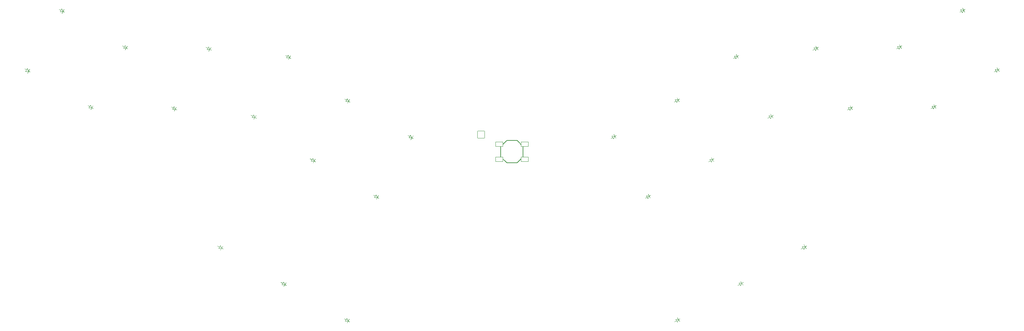
<source format=gbo>
%TF.GenerationSoftware,KiCad,Pcbnew,6.0.2+dfsg-1*%
%TF.CreationDate,2022-06-30T23:37:17+02:00*%
%TF.ProjectId,dragonwings_test,64726167-6f6e-4776-996e-67735f746573,v1.0.0*%
%TF.SameCoordinates,Original*%
%TF.FileFunction,Legend,Bot*%
%TF.FilePolarity,Positive*%
%FSLAX46Y46*%
G04 Gerber Fmt 4.6, Leading zero omitted, Abs format (unit mm)*
G04 Created by KiCad (PCBNEW 6.0.2+dfsg-1) date 2022-06-30 23:37:17*
%MOMM*%
%LPD*%
G01*
G04 APERTURE LIST*
G04 Aperture macros list*
%AMRoundRect*
0 Rectangle with rounded corners*
0 $1 Rounding radius*
0 $2 $3 $4 $5 $6 $7 $8 $9 X,Y pos of 4 corners*
0 Add a 4 corners polygon primitive as box body*
4,1,4,$2,$3,$4,$5,$6,$7,$8,$9,$2,$3,0*
0 Add four circle primitives for the rounded corners*
1,1,$1+$1,$2,$3*
1,1,$1+$1,$4,$5*
1,1,$1+$1,$6,$7*
1,1,$1+$1,$8,$9*
0 Add four rect primitives between the rounded corners*
20,1,$1+$1,$2,$3,$4,$5,0*
20,1,$1+$1,$4,$5,$6,$7,0*
20,1,$1+$1,$6,$7,$8,$9,0*
20,1,$1+$1,$8,$9,$2,$3,0*%
G04 Aperture macros list end*
%ADD10C,0.100000*%
%ADD11C,0.150000*%
%ADD12R,1.752600X1.752600*%
%ADD13C,1.752600*%
%ADD14C,1.801800*%
%ADD15C,3.529000*%
%ADD16C,2.132000*%
%ADD17RoundRect,0.050000X0.689711X0.294615X-0.089711X0.744615X-0.689711X-0.294615X0.089711X-0.744615X0*%
%ADD18RoundRect,0.050000X0.089711X0.744615X-0.689711X0.294615X-0.089711X-0.744615X0.689711X-0.294615X0*%
%ADD19C,2.300000*%
%ADD20RoundRect,0.050000X-0.876300X0.876300X-0.876300X-0.876300X0.876300X-0.876300X0.876300X0.876300X0*%
%ADD21C,1.852600*%
%ADD22RoundRect,0.050000X0.900000X0.550000X-0.900000X0.550000X-0.900000X-0.550000X0.900000X-0.550000X0*%
G04 APERTURE END LIST*
D10*
%TO.C,D1*%
X91207232Y-130561533D02*
X90860822Y-130361533D01*
X90860822Y-130361533D02*
X90141207Y-130407943D01*
X90541207Y-129715123D02*
X90860822Y-130361533D01*
X90860822Y-130361533D02*
X90585822Y-130837847D01*
X90341207Y-130061533D02*
X89908194Y-129811533D01*
X90860822Y-130361533D02*
X91135822Y-129885219D01*
X90141207Y-130407943D02*
X90541207Y-129715123D01*
%TO.C,D10*%
X169714651Y-137782695D02*
X169989651Y-137306381D01*
X169395036Y-137136285D02*
X169714651Y-137782695D01*
X170061061Y-137982695D02*
X169714651Y-137782695D01*
X169195036Y-137482695D02*
X168762023Y-137232695D01*
X168995036Y-137829105D02*
X169395036Y-137136285D01*
X169714651Y-137782695D02*
X168995036Y-137829105D01*
X169714651Y-137782695D02*
X169439651Y-138259009D01*
%TO.C,D16*%
X330091805Y-129811533D02*
X329745395Y-130011533D01*
X329745395Y-130011533D02*
X330020395Y-130487847D01*
X329425780Y-130657943D02*
X329025780Y-129965123D01*
X329745395Y-130011533D02*
X329470395Y-129535219D01*
X329225780Y-130311533D02*
X328792767Y-130561533D01*
X329745395Y-130011533D02*
X329425780Y-130657943D01*
X329025780Y-129965123D02*
X329745395Y-130011533D01*
%TO.C,D18*%
X314503348Y-138811533D02*
X314156938Y-139011533D01*
X313637323Y-139311533D02*
X313204310Y-139561533D01*
X313837323Y-139657943D02*
X313437323Y-138965123D01*
X313437323Y-138965123D02*
X314156938Y-139011533D01*
X314156938Y-139011533D02*
X313837323Y-139657943D01*
X314156938Y-139011533D02*
X314431938Y-139487847D01*
X314156938Y-139011533D02*
X313881938Y-138535219D01*
%TO.C,D24*%
X259737976Y-151955127D02*
X259391566Y-152155127D01*
X259071951Y-152801537D02*
X258671951Y-152108717D01*
X259391566Y-152155127D02*
X259071951Y-152801537D01*
X258871951Y-152455127D02*
X258438938Y-152705127D01*
X258671951Y-152108717D02*
X259391566Y-152155127D01*
X259391566Y-152155127D02*
X259666566Y-152631441D01*
X259391566Y-152155127D02*
X259116566Y-151678813D01*
%TO.C,D25*%
X250891566Y-137432695D02*
X251166566Y-137909009D01*
X250571951Y-138079105D02*
X250171951Y-137386285D01*
X250171951Y-137386285D02*
X250891566Y-137432695D01*
X250891566Y-137432695D02*
X250571951Y-138079105D01*
X250371951Y-137732695D02*
X249938938Y-137982695D01*
X250891566Y-137432695D02*
X250616566Y-136956381D01*
X251237976Y-137232695D02*
X250891566Y-137432695D01*
%TO.C,D11*%
X177149519Y-161705127D02*
X176803109Y-161505127D01*
X176803109Y-161505127D02*
X177078109Y-161028813D01*
X176803109Y-161505127D02*
X176083494Y-161551537D01*
X176803109Y-161505127D02*
X176528109Y-161981441D01*
X176483494Y-160858717D02*
X176803109Y-161505127D01*
X176083494Y-161551537D02*
X176483494Y-160858717D01*
X176283494Y-161205127D02*
X175850481Y-160955127D01*
%TO.C,D17*%
X321245395Y-115289101D02*
X320970395Y-114812787D01*
X320525780Y-115242691D02*
X321245395Y-115289101D01*
X321245395Y-115289101D02*
X320925780Y-115935511D01*
X321591805Y-115089101D02*
X321245395Y-115289101D01*
X321245395Y-115289101D02*
X321520395Y-115765415D01*
X320925780Y-115935511D02*
X320525780Y-115242691D01*
X320725780Y-115589101D02*
X320292767Y-115839101D01*
%TO.C,D14*%
X154355290Y-183185889D02*
X154008880Y-182985889D01*
X153489265Y-182685889D02*
X153056252Y-182435889D01*
X154008880Y-182985889D02*
X153733880Y-183462203D01*
X154008880Y-182985889D02*
X153289265Y-183032299D01*
X153289265Y-183032299D02*
X153689265Y-182339479D01*
X153689265Y-182339479D02*
X154008880Y-182985889D01*
X154008880Y-182985889D02*
X154283880Y-182509575D01*
%TO.C,D26*%
X243803109Y-161155127D02*
X244078109Y-161631441D01*
X244149519Y-160955127D02*
X243803109Y-161155127D01*
X243283494Y-161455127D02*
X242850481Y-161705127D01*
X243803109Y-161155127D02*
X243528109Y-160678813D01*
X243083494Y-161108717D02*
X243803109Y-161155127D01*
X243483494Y-161801537D02*
X243083494Y-161108717D01*
X243803109Y-161155127D02*
X243483494Y-161801537D01*
%TO.C,D30*%
X251355290Y-191435889D02*
X251008880Y-191635889D01*
X250489265Y-191935889D02*
X250056252Y-192185889D01*
X251008880Y-191635889D02*
X250689265Y-192282299D01*
X251008880Y-191635889D02*
X250733880Y-191159575D01*
X251008880Y-191635889D02*
X251283880Y-192112203D01*
X250689265Y-192282299D02*
X250289265Y-191589479D01*
X250289265Y-191589479D02*
X251008880Y-191635889D01*
%TO.C,D6*%
X135018122Y-124678847D02*
X134585109Y-124428847D01*
X135537737Y-124978847D02*
X135262737Y-125455161D01*
X134818122Y-125025257D02*
X135218122Y-124332437D01*
X135884147Y-125178847D02*
X135537737Y-124978847D01*
X135537737Y-124978847D02*
X135812737Y-124502533D01*
X135537737Y-124978847D02*
X134818122Y-125025257D01*
X135218122Y-124332437D02*
X135537737Y-124978847D01*
%TO.C,D4*%
X114949280Y-124639101D02*
X115224280Y-124162787D01*
X114429665Y-124339101D02*
X113996652Y-124089101D01*
X114949280Y-124639101D02*
X114674280Y-125115415D01*
X114949280Y-124639101D02*
X114229665Y-124685511D01*
X114229665Y-124685511D02*
X114629665Y-123992691D01*
X114629665Y-123992691D02*
X114949280Y-124639101D01*
X115295690Y-124839101D02*
X114949280Y-124639101D01*
%TO.C,D2*%
X99041207Y-114992691D02*
X99360822Y-115639101D01*
X98841207Y-115339101D02*
X98408194Y-115089101D01*
X99360822Y-115639101D02*
X99635822Y-115162787D01*
X98641207Y-115685511D02*
X99041207Y-114992691D01*
X99707232Y-115839101D02*
X99360822Y-115639101D01*
X99360822Y-115639101D02*
X99085822Y-116115415D01*
X99360822Y-115639101D02*
X98641207Y-115685511D01*
%TO.C,D3*%
X106449280Y-139361533D02*
X105729665Y-139407943D01*
X106449280Y-139361533D02*
X106724280Y-138885219D01*
X105929665Y-139061533D02*
X105496652Y-138811533D01*
X105729665Y-139407943D02*
X106129665Y-138715123D01*
X106129665Y-138715123D02*
X106449280Y-139361533D01*
X106449280Y-139361533D02*
X106174280Y-139837847D01*
X106795690Y-139561533D02*
X106449280Y-139361533D01*
%TO.C,D15*%
X169597337Y-191985889D02*
X169322337Y-192462203D01*
X168877722Y-192032299D02*
X169277722Y-191339479D01*
X169597337Y-191985889D02*
X169872337Y-191509575D01*
X169943747Y-192185889D02*
X169597337Y-191985889D01*
X169077722Y-191685889D02*
X168644709Y-191435889D01*
X169597337Y-191985889D02*
X168877722Y-192032299D01*
X169277722Y-191339479D02*
X169597337Y-191985889D01*
%TO.C,D7*%
X145906579Y-141819486D02*
X146306579Y-141126666D01*
X146626194Y-141773076D02*
X146351194Y-142249390D01*
X146626194Y-141773076D02*
X146901194Y-141296762D01*
X146106579Y-141473076D02*
X145673566Y-141223076D01*
X146306579Y-141126666D02*
X146626194Y-141773076D01*
X146626194Y-141773076D02*
X145906579Y-141819486D01*
X146972604Y-141973076D02*
X146626194Y-141773076D01*
%TO.C,D29*%
X266943747Y-182435889D02*
X266597337Y-182635889D01*
X266277722Y-183282299D02*
X265877722Y-182589479D01*
X265877722Y-182589479D02*
X266597337Y-182635889D01*
X266597337Y-182635889D02*
X266322337Y-182159575D01*
X266597337Y-182635889D02*
X266277722Y-183282299D01*
X266597337Y-182635889D02*
X266872337Y-183112203D01*
X266077722Y-182935889D02*
X265644709Y-183185889D01*
%TO.C,D5*%
X126518122Y-139401279D02*
X126085109Y-139151279D01*
X126718122Y-139054869D02*
X127037737Y-139701279D01*
X127037737Y-139701279D02*
X126762737Y-140177593D01*
X127037737Y-139701279D02*
X126318122Y-139747689D01*
X126318122Y-139747689D02*
X126718122Y-139054869D01*
X127037737Y-139701279D02*
X127312737Y-139224965D01*
X127384147Y-139901279D02*
X127037737Y-139701279D01*
%TO.C,D22*%
X273260408Y-141376666D02*
X273980023Y-141423076D01*
X273460408Y-141723076D02*
X273027395Y-141973076D01*
X273660408Y-142069486D02*
X273260408Y-141376666D01*
X274326433Y-141223076D02*
X273980023Y-141423076D01*
X273980023Y-141423076D02*
X273660408Y-142069486D01*
X273980023Y-141423076D02*
X274255023Y-141899390D01*
X273980023Y-141423076D02*
X273705023Y-140946762D01*
%TO.C,D28*%
X282185794Y-173635889D02*
X282460794Y-174112203D01*
X281866179Y-174282299D02*
X281466179Y-173589479D01*
X282185794Y-173635889D02*
X281910794Y-173159575D01*
X282532204Y-173435889D02*
X282185794Y-173635889D01*
X282185794Y-173635889D02*
X281866179Y-174282299D01*
X281466179Y-173589479D02*
X282185794Y-173635889D01*
X281666179Y-173935889D02*
X281233166Y-174185889D01*
%TO.C,D9*%
X161561061Y-152705127D02*
X161214651Y-152505127D01*
X161214651Y-152505127D02*
X160939651Y-152981441D01*
X160695036Y-152205127D02*
X160262023Y-151955127D01*
X161214651Y-152505127D02*
X160495036Y-152551537D01*
X161214651Y-152505127D02*
X161489651Y-152028813D01*
X160495036Y-152551537D02*
X160895036Y-151858717D01*
X160895036Y-151858717D02*
X161214651Y-152505127D01*
%TO.C,D21*%
X284348865Y-124582437D02*
X285068480Y-124628847D01*
X285414890Y-124428847D02*
X285068480Y-124628847D01*
X284548865Y-124928847D02*
X284115852Y-125178847D01*
X285068480Y-124628847D02*
X285343480Y-125105161D01*
X285068480Y-124628847D02*
X284793480Y-124152533D01*
X284748865Y-125275257D02*
X284348865Y-124582437D01*
X285068480Y-124628847D02*
X284748865Y-125275257D01*
%TO.C,D23*%
X264760408Y-126654234D02*
X265480023Y-126700644D01*
X265826433Y-126500644D02*
X265480023Y-126700644D01*
X265480023Y-126700644D02*
X265160408Y-127347054D01*
X264960408Y-127000644D02*
X264527395Y-127250644D01*
X265480023Y-126700644D02*
X265755023Y-127176958D01*
X265480023Y-126700644D02*
X265205023Y-126224330D01*
X265160408Y-127347054D02*
X264760408Y-126654234D01*
%TO.C,D20*%
X293568480Y-139351279D02*
X293843480Y-139827593D01*
X293568480Y-139351279D02*
X293293480Y-138874965D01*
X292848865Y-139304869D02*
X293568480Y-139351279D01*
X293048865Y-139651279D02*
X292615852Y-139901279D01*
X293914890Y-139151279D02*
X293568480Y-139351279D01*
X293248865Y-139997689D02*
X292848865Y-139304869D01*
X293568480Y-139351279D02*
X293248865Y-139997689D01*
%TO.C,D8*%
X155126194Y-127050644D02*
X155401194Y-126574330D01*
X154606579Y-126750644D02*
X154173566Y-126500644D01*
X154806579Y-126404234D02*
X155126194Y-127050644D01*
X155126194Y-127050644D02*
X154406579Y-127097054D01*
X155472604Y-127250644D02*
X155126194Y-127050644D01*
X154406579Y-127097054D02*
X154806579Y-126404234D01*
X155126194Y-127050644D02*
X154851194Y-127526958D01*
%TO.C,D12*%
X185303109Y-146782695D02*
X184583494Y-146829105D01*
X185303109Y-146782695D02*
X185028109Y-147259009D01*
X185303109Y-146782695D02*
X185578109Y-146306381D01*
X184783494Y-146482695D02*
X184350481Y-146232695D01*
X185649519Y-146982695D02*
X185303109Y-146782695D01*
X184983494Y-146136285D02*
X185303109Y-146782695D01*
X184583494Y-146829105D02*
X184983494Y-146136285D01*
%TO.C,D27*%
X235303109Y-146432695D02*
X234983494Y-147079105D01*
X235649519Y-146232695D02*
X235303109Y-146432695D01*
X235303109Y-146432695D02*
X235028109Y-145956381D01*
X235303109Y-146432695D02*
X235578109Y-146909009D01*
X234783494Y-146732695D02*
X234350481Y-146982695D01*
X234583494Y-146386285D02*
X235303109Y-146432695D01*
X234983494Y-147079105D02*
X234583494Y-146386285D01*
%TO.C,D19*%
X305656938Y-124289101D02*
X305337323Y-124935511D01*
X304937323Y-124242691D02*
X305656938Y-124289101D01*
X305137323Y-124589101D02*
X304704310Y-124839101D01*
X306003348Y-124089101D02*
X305656938Y-124289101D01*
X305337323Y-124935511D02*
X304937323Y-124242691D01*
X305656938Y-124289101D02*
X305931938Y-124765415D01*
X305656938Y-124289101D02*
X305381938Y-123812787D01*
%TO.C,D13*%
X138766833Y-174185889D02*
X138420423Y-173985889D01*
X138100808Y-173339479D02*
X138420423Y-173985889D01*
X138420423Y-173985889D02*
X137700808Y-174032299D01*
X138420423Y-173985889D02*
X138695423Y-173509575D01*
X137700808Y-174032299D02*
X138100808Y-173339479D01*
X138420423Y-173985889D02*
X138145423Y-174462203D01*
X137900808Y-173685889D02*
X137467795Y-173435889D01*
D11*
%TO.C,B1*%
X212750000Y-149000000D02*
X211250000Y-147500000D01*
X207250000Y-149000000D02*
X207250000Y-151500000D01*
X211250000Y-153000000D02*
X208750000Y-153000000D01*
X211250000Y-147500000D02*
X208750000Y-147500000D01*
X207250000Y-151500000D02*
X208750000Y-153000000D01*
X207250000Y-149000000D02*
X208750000Y-147500000D01*
X212750000Y-149000000D02*
X212750000Y-151500000D01*
X212750000Y-151500000D02*
X211250000Y-153000000D01*
%TD*%
D12*
%TO.C,MCU1*%
X202380000Y-146030000D03*
D13*
X202380000Y-148570000D03*
X202380000Y-151110000D03*
X202380000Y-153650000D03*
X202380000Y-156190000D03*
X202380000Y-158730000D03*
X202380000Y-161270000D03*
X202380000Y-163810000D03*
X202380000Y-166350000D03*
X202380000Y-168890000D03*
X202380000Y-171430000D03*
X202380000Y-173970000D03*
X217620000Y-146030000D03*
X217620000Y-148570000D03*
X217620000Y-151110000D03*
X217620000Y-153650000D03*
X217620000Y-156190000D03*
X217620000Y-158730000D03*
X217620000Y-161270000D03*
X217620000Y-163810000D03*
X217620000Y-166350000D03*
X217620000Y-168890000D03*
X217620000Y-171430000D03*
X217620000Y-173970000D03*
%TD*%
%LPC*%
D14*
%TO.C,S2*%
X106320853Y-113883974D03*
D15*
X101557713Y-111133974D03*
D14*
X96794573Y-108383974D03*
D16*
X107787840Y-110343077D03*
X104507713Y-106024424D03*
%TD*%
D14*
%TO.C,S4*%
X121909311Y-122883974D03*
X112383031Y-117383974D03*
D15*
X117146171Y-120133974D03*
D16*
X123376298Y-119343077D03*
X120096171Y-115024424D03*
%TD*%
D14*
%TO.C,S3*%
X113409311Y-137606406D03*
D15*
X108646171Y-134856406D03*
D14*
X103883031Y-132106406D03*
D16*
X114876298Y-134065509D03*
X111596171Y-129746856D03*
%TD*%
D17*
%TO.C,D1*%
X91986655Y-131011533D03*
X89128771Y-129361533D03*
%TD*%
D14*
%TO.C,S6*%
X132971488Y-117723720D03*
D15*
X137734628Y-120473720D03*
D14*
X142497768Y-123223720D03*
D16*
X143964755Y-119682823D03*
X140684628Y-115364170D03*
%TD*%
D14*
%TO.C,S15*%
X176557368Y-190230762D03*
D15*
X171794228Y-187480762D03*
D14*
X167031088Y-184730762D03*
D16*
X178024355Y-186689865D03*
X174744228Y-182371212D03*
%TD*%
D17*
%TO.C,D10*%
X170840484Y-138432695D03*
X167982600Y-136782695D03*
%TD*%
D18*
%TO.C,D16*%
X330871228Y-129361533D03*
X328013344Y-131011533D03*
%TD*%
%TO.C,D18*%
X315282771Y-138361533D03*
X312424887Y-140011533D03*
%TD*%
%TO.C,D24*%
X260517399Y-151505127D03*
X257659515Y-153155127D03*
%TD*%
%TO.C,D25*%
X252017399Y-136782695D03*
X249159515Y-138432695D03*
%TD*%
D19*
%TO.C,REF03*%
X345000000Y-113000000D03*
%TD*%
D17*
%TO.C,D11*%
X177928942Y-162155127D03*
X175071058Y-160505127D03*
%TD*%
D14*
%TO.C,S8*%
X162086225Y-125295517D03*
X152559945Y-119795517D03*
D15*
X157323085Y-122545517D03*
D16*
X163553212Y-121754620D03*
X160273085Y-117435967D03*
%TD*%
D14*
%TO.C,S25*%
X252851597Y-130527568D03*
D15*
X248088457Y-133277568D03*
D14*
X243325317Y-136027568D03*
D16*
X250518584Y-127486671D03*
X245138457Y-128168018D03*
%TD*%
D15*
%TO.C,S5*%
X129234628Y-135196152D03*
D14*
X124471488Y-132446152D03*
X133997768Y-137946152D03*
D16*
X135464755Y-134405255D03*
X132184628Y-130086602D03*
%TD*%
D14*
%TO.C,S14*%
X160968911Y-181230762D03*
X151442631Y-175730762D03*
D15*
X156205771Y-178480762D03*
D16*
X162435898Y-177689865D03*
X159155771Y-173371212D03*
%TD*%
D19*
%TO.C,REF04*%
X75000000Y-113000000D03*
%TD*%
D14*
%TO.C,S29*%
X259031088Y-181230762D03*
D15*
X263794228Y-178480762D03*
D14*
X268557368Y-175730762D03*
D16*
X266224355Y-172689865D03*
X260844228Y-173371212D03*
%TD*%
D14*
%TO.C,S27*%
X227736860Y-145027568D03*
D15*
X232500000Y-142277568D03*
D14*
X237263140Y-139527568D03*
D16*
X234930127Y-136486671D03*
X229550000Y-137168018D03*
%TD*%
D14*
%TO.C,S18*%
X306590689Y-137606406D03*
X316116969Y-132106406D03*
D15*
X311353829Y-134856406D03*
D16*
X313783956Y-129065509D03*
X308403829Y-129746856D03*
%TD*%
D18*
%TO.C,D17*%
X322371228Y-114639101D03*
X319513344Y-116289101D03*
%TD*%
D14*
%TO.C,S16*%
X322179146Y-128606406D03*
X331705426Y-123106406D03*
D15*
X326942286Y-125856406D03*
D16*
X329372413Y-120065509D03*
X323992286Y-120746856D03*
%TD*%
D14*
%TO.C,S7*%
X153586225Y-140017949D03*
D15*
X148823085Y-137267949D03*
D14*
X144059945Y-134517949D03*
D16*
X155053212Y-136477052D03*
X151773085Y-132158399D03*
%TD*%
D20*
%TO.C,MCU1*%
X202380000Y-146030000D03*
D21*
X202380000Y-148570000D03*
X202380000Y-151110000D03*
X202380000Y-153650000D03*
X202380000Y-156190000D03*
X202380000Y-158730000D03*
X202380000Y-161270000D03*
X202380000Y-163810000D03*
X202380000Y-166350000D03*
X202380000Y-168890000D03*
X202380000Y-171430000D03*
X202380000Y-173970000D03*
X217620000Y-146030000D03*
X217620000Y-148570000D03*
X217620000Y-151110000D03*
X217620000Y-153650000D03*
X217620000Y-156190000D03*
X217620000Y-158730000D03*
X217620000Y-161270000D03*
X217620000Y-163810000D03*
X217620000Y-166350000D03*
X217620000Y-168890000D03*
X217620000Y-171430000D03*
X217620000Y-173970000D03*
%TD*%
D17*
%TO.C,D14*%
X155134713Y-183635889D03*
X152276829Y-181985889D03*
%TD*%
D14*
%TO.C,S26*%
X245763140Y-154250000D03*
D15*
X241000000Y-157000000D03*
D14*
X236236860Y-159750000D03*
D16*
X243430127Y-151209103D03*
X238050000Y-151890450D03*
%TD*%
D14*
%TO.C,S30*%
X252968911Y-184730762D03*
D15*
X248205771Y-187480762D03*
D14*
X243442631Y-190230762D03*
D16*
X250635898Y-181689865D03*
X245255771Y-182371212D03*
%TD*%
D18*
%TO.C,D26*%
X244928942Y-160505127D03*
X242071058Y-162155127D03*
%TD*%
D14*
%TO.C,S11*%
X183763140Y-159750000D03*
D15*
X179000000Y-157000000D03*
D14*
X174236860Y-154250000D03*
D16*
X185230127Y-156209103D03*
X181950000Y-151890450D03*
%TD*%
D18*
%TO.C,D30*%
X252134713Y-190985889D03*
X249276829Y-192635889D03*
%TD*%
D17*
%TO.C,D6*%
X136663570Y-125628847D03*
X133805686Y-123978847D03*
%TD*%
D15*
%TO.C,S17*%
X318442286Y-111133974D03*
D14*
X323205426Y-108383974D03*
X313679146Y-113883974D03*
D16*
X320872413Y-105343077D03*
X315492286Y-106024424D03*
%TD*%
D17*
%TO.C,D4*%
X116075113Y-125289101D03*
X113217229Y-123639101D03*
%TD*%
D14*
%TO.C,S10*%
X167148402Y-130527568D03*
D15*
X171911542Y-133277568D03*
D14*
X176674682Y-136027568D03*
D16*
X178141669Y-132486671D03*
X174861542Y-128168018D03*
%TD*%
D17*
%TO.C,D2*%
X100486655Y-116289101D03*
X97628771Y-114639101D03*
%TD*%
D15*
%TO.C,S19*%
X302853829Y-120133974D03*
D14*
X307616969Y-117383974D03*
X298090689Y-122883974D03*
D16*
X305283956Y-114343077D03*
X299903829Y-115024424D03*
%TD*%
D19*
%TO.C,REF06*%
X149000000Y-110000000D03*
%TD*%
D14*
%TO.C,S21*%
X277502231Y-123223720D03*
D15*
X282265371Y-120473720D03*
D14*
X287028511Y-117723720D03*
D16*
X284695498Y-114682823D03*
X279315371Y-115364170D03*
%TD*%
D15*
%TO.C,S9*%
X163411542Y-148000000D03*
D14*
X158648402Y-145250000D03*
X168174682Y-150750000D03*
D16*
X169641669Y-147209103D03*
X166361542Y-142890450D03*
%TD*%
D14*
%TO.C,S24*%
X251825317Y-150750000D03*
D15*
X256588457Y-148000000D03*
D14*
X261351597Y-145250000D03*
D16*
X259018584Y-142209103D03*
X253638457Y-142890450D03*
%TD*%
D17*
%TO.C,D3*%
X107575113Y-140011533D03*
X104717229Y-138361533D03*
%TD*%
D19*
%TO.C,REF05*%
X271000000Y-110000000D03*
%TD*%
D15*
%TO.C,S28*%
X279382685Y-169480762D03*
D14*
X274619545Y-172230762D03*
X284145825Y-166730762D03*
D16*
X281812812Y-163689865D03*
X276432685Y-164371212D03*
%TD*%
D17*
%TO.C,D15*%
X170723170Y-192635889D03*
X167865286Y-190985889D03*
%TD*%
%TO.C,D7*%
X147752027Y-142423076D03*
X144894143Y-140773076D03*
%TD*%
D14*
%TO.C,S13*%
X135854174Y-166730762D03*
X145380454Y-172230762D03*
D15*
X140617314Y-169480762D03*
D16*
X146847441Y-168689865D03*
X143567314Y-164371212D03*
%TD*%
D18*
%TO.C,D29*%
X267723170Y-181985889D03*
X264865286Y-183635889D03*
%TD*%
D15*
%TO.C,S20*%
X290765371Y-135196152D03*
D14*
X295528511Y-132446152D03*
X286002231Y-137946152D03*
D16*
X293195498Y-129405255D03*
X287815371Y-130086602D03*
%TD*%
D17*
%TO.C,D5*%
X128163570Y-140351279D03*
X125305686Y-138701279D03*
%TD*%
D18*
%TO.C,D22*%
X275105856Y-140773076D03*
X272247972Y-142423076D03*
%TD*%
%TO.C,D28*%
X283311627Y-172985889D03*
X280453743Y-174635889D03*
%TD*%
D17*
%TO.C,D9*%
X162340484Y-153155127D03*
X159482600Y-151505127D03*
%TD*%
D18*
%TO.C,D21*%
X286194313Y-123978847D03*
X283336429Y-125628847D03*
%TD*%
D14*
%TO.C,S1*%
X88294573Y-123106406D03*
X97820853Y-128606406D03*
D15*
X93057713Y-125856406D03*
D16*
X99287840Y-125065509D03*
X96007713Y-120746856D03*
%TD*%
D19*
%TO.C,REF00*%
X210000000Y-194000000D03*
%TD*%
D18*
%TO.C,D23*%
X266605856Y-126050644D03*
X263747972Y-127700644D03*
%TD*%
D14*
%TO.C,S22*%
X275940054Y-134517949D03*
X266413774Y-140017949D03*
D15*
X271176914Y-137267949D03*
D16*
X273607041Y-131477052D03*
X268226914Y-132158399D03*
%TD*%
D18*
%TO.C,D20*%
X294694313Y-138701279D03*
X291836429Y-140351279D03*
%TD*%
D17*
%TO.C,D8*%
X156252027Y-127700644D03*
X153394143Y-126050644D03*
%TD*%
%TO.C,D12*%
X186428942Y-147432695D03*
X183571058Y-145782695D03*
%TD*%
D18*
%TO.C,D27*%
X236428942Y-145782695D03*
X233571058Y-147432695D03*
%TD*%
D14*
%TO.C,S12*%
X182736860Y-139527568D03*
X192263140Y-145027568D03*
D15*
X187500000Y-142277568D03*
D16*
X193730127Y-141486671D03*
X190450000Y-137168018D03*
%TD*%
D18*
%TO.C,D19*%
X306782771Y-123639101D03*
X303924887Y-125289101D03*
%TD*%
D15*
%TO.C,S23*%
X262676914Y-122545517D03*
D14*
X257913774Y-125295517D03*
X267440054Y-119795517D03*
D16*
X265107041Y-116754620D03*
X259726914Y-117435967D03*
%TD*%
D19*
%TO.C,REF01*%
X295000000Y-158000000D03*
%TD*%
%TO.C,REF02*%
X125000000Y-158000000D03*
%TD*%
D17*
%TO.C,D13*%
X139546256Y-174635889D03*
X136688372Y-172985889D03*
%TD*%
D22*
%TO.C,B1*%
X213100000Y-148400000D03*
X206900000Y-148400000D03*
X213100000Y-152100000D03*
X206900000Y-152100000D03*
%TD*%
M02*

</source>
